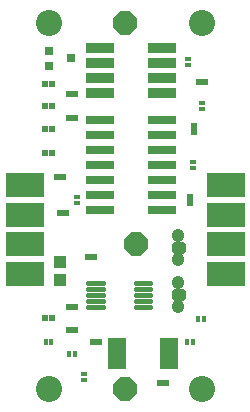
<source format=gbr>
G04 EAGLE Gerber RS-274X export*
G75*
%MOMM*%
%FSLAX34Y34*%
%LPD*%
%INSoldermask Top*%
%IPPOS*%
%AMOC8*
5,1,8,0,0,1.08239X$1,22.5*%
G01*
%ADD10C,2.203200*%
%ADD11C,0.453200*%
%ADD12R,0.453200X0.553200*%
%ADD13R,0.553200X0.453200*%
%ADD14R,0.753200X0.803200*%
%ADD15R,2.403200X0.803200*%
%ADD16C,1.003200*%
%ADD17C,0.601919*%
%ADD18R,1.003200X1.003200*%
%ADD19R,1.625600X0.635000*%
%ADD20R,0.483200X0.633200*%
%ADD21R,0.633200X0.483200*%
%ADD22R,2.413000X0.812800*%
%ADD23R,3.203200X2.003200*%
%ADD24P,2.168244X8X202.500000*%
%ADD25P,2.168244X8X22.500000*%


D10*
X170000Y330000D03*
X170000Y20000D03*
X40000Y20000D03*
X40000Y330000D03*
D11*
X114250Y90000D02*
X126250Y90000D01*
X126250Y95000D02*
X114250Y95000D01*
X114250Y100000D02*
X126250Y100000D01*
X126250Y105000D02*
X114250Y105000D01*
X114250Y110000D02*
X126250Y110000D01*
X85750Y90000D02*
X73750Y90000D01*
X73750Y95000D02*
X85750Y95000D01*
X85750Y100000D02*
X73750Y100000D01*
X73750Y105000D02*
X85750Y105000D01*
X85750Y110000D02*
X73750Y110000D01*
D12*
X157500Y60000D03*
X162500Y60000D03*
X57500Y50000D03*
X62500Y50000D03*
D13*
X170000Y257500D03*
X170000Y262500D03*
X162000Y207500D03*
X162000Y212500D03*
X64000Y182500D03*
X64000Y177500D03*
D12*
X166500Y79000D03*
X171500Y79000D03*
D13*
X158000Y299500D03*
X158000Y294500D03*
X70000Y32500D03*
X70000Y27500D03*
D12*
X42500Y60000D03*
X37500Y60000D03*
D14*
X40750Y306500D03*
X40750Y293500D03*
X59250Y300000D03*
D15*
X136000Y184600D03*
X84000Y184600D03*
X136000Y171900D03*
X136000Y197300D03*
X136000Y210000D03*
X84000Y171900D03*
X84000Y197300D03*
X84000Y210000D03*
X136000Y235400D03*
X84000Y235400D03*
X136000Y222700D03*
X136000Y248100D03*
X84000Y222700D03*
X84000Y248100D03*
D16*
X150000Y150605D02*
X150000Y149715D01*
D17*
X153007Y137993D02*
X146993Y137993D01*
X146993Y142007D01*
X153007Y142007D01*
X153007Y137993D01*
D16*
X150000Y130285D02*
X150000Y129395D01*
X150000Y90285D02*
X150000Y89395D01*
D17*
X146993Y102007D02*
X153007Y102007D01*
X153007Y97993D01*
X146993Y97993D01*
X146993Y102007D01*
D16*
X150000Y109715D02*
X150000Y110605D01*
D18*
X50000Y127500D03*
X50000Y112500D03*
D19*
X141844Y40348D03*
X141844Y46698D03*
X141844Y53302D03*
X141844Y59652D03*
X98156Y59652D03*
X98156Y53302D03*
X98156Y46698D03*
X98156Y40348D03*
D20*
X139550Y25000D03*
X134450Y25000D03*
X57450Y270000D03*
X62550Y270000D03*
X62550Y250000D03*
X57450Y250000D03*
X62550Y70000D03*
X57450Y70000D03*
D21*
X163000Y237450D03*
X163000Y242550D03*
D20*
X42550Y220000D03*
X37450Y220000D03*
X37450Y80000D03*
X42550Y80000D03*
X52550Y200000D03*
X47450Y200000D03*
X54550Y169000D03*
X49450Y169000D03*
X77450Y60000D03*
X82550Y60000D03*
D21*
X160000Y182550D03*
X160000Y177450D03*
D20*
X73450Y132000D03*
X78550Y132000D03*
X172550Y280000D03*
X167450Y280000D03*
X62550Y90000D03*
X57450Y90000D03*
X42550Y260000D03*
X37450Y260000D03*
X42550Y240000D03*
X37450Y240000D03*
X37450Y278000D03*
X42550Y278000D03*
D22*
X83838Y309050D03*
X136162Y309050D03*
X83838Y296350D03*
X83838Y283650D03*
X136162Y296350D03*
X136162Y283650D03*
X83838Y270950D03*
X136162Y270950D03*
D23*
X190000Y142700D03*
X190000Y117300D03*
X190000Y192700D03*
X190000Y167300D03*
X20000Y142700D03*
X20000Y117300D03*
X20000Y192700D03*
X20000Y167300D03*
D24*
X105000Y20000D03*
D25*
X105000Y330000D03*
X114000Y143000D03*
M02*

</source>
